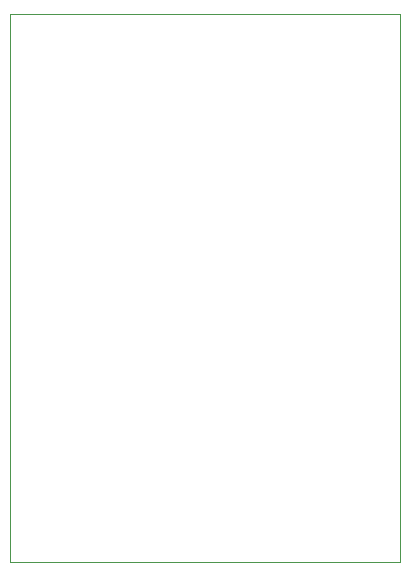
<source format=gm1>
G04 #@! TF.FileFunction,Profile,NP*
%FSLAX46Y46*%
G04 Gerber Fmt 4.6, Leading zero omitted, Abs format (unit mm)*
G04 Created by KiCad (PCBNEW (2015-07-25 BZR 5993)-product) date Sun 30 Aug 2015 02:46:25 PM PDT*
%MOMM*%
G01*
G04 APERTURE LIST*
%ADD10C,0.100000*%
G04 APERTURE END LIST*
D10*
X126365000Y-45720000D02*
X126365000Y-92075000D01*
X159385000Y-45720000D02*
X126365000Y-45720000D01*
X159385000Y-92075000D02*
X159385000Y-45720000D01*
X126365000Y-92075000D02*
X159385000Y-92075000D01*
M02*

</source>
